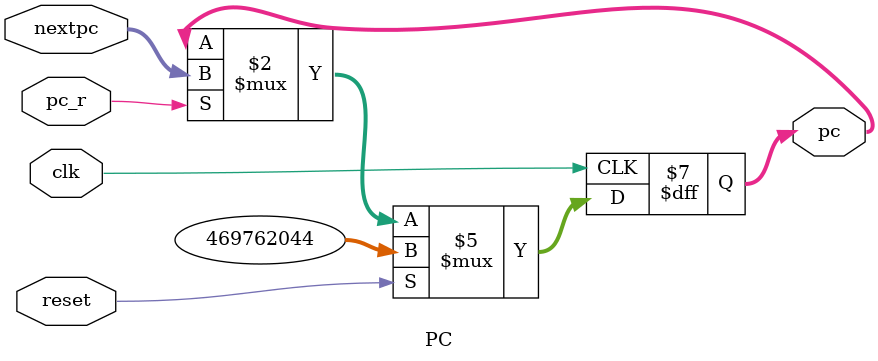
<source format=v>
module PC(
    input clk,
    input reset,

    input pc_r,
    input [31:0]  nextpc,

    output reg [31:0] pc
    );
always @(posedge clk) begin
    if (reset) begin
        pc <= 32'h1bfffffc;     //trick: to make nextpc be 0x1c000000 during reset 
    end
    else if(pc_r) begin
        pc <= nextpc;
    end
end
endmodule

</source>
